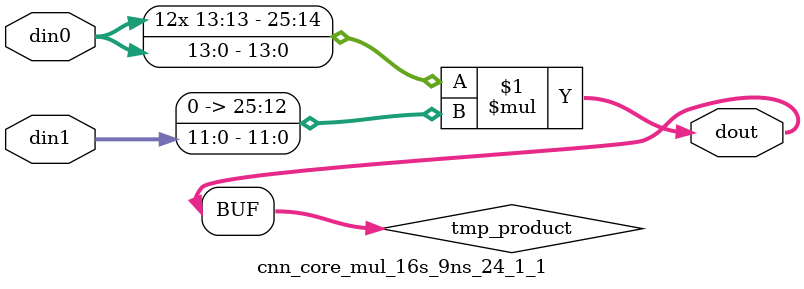
<source format=v>

`timescale 1 ns / 1 ps

  module cnn_core_mul_16s_9ns_24_1_1(din0, din1, dout);
parameter ID = 1;
parameter NUM_STAGE = 0;
parameter din0_WIDTH = 14;
parameter din1_WIDTH = 12;
parameter dout_WIDTH = 26;

input [din0_WIDTH - 1 : 0] din0; 
input [din1_WIDTH - 1 : 0] din1; 
output [dout_WIDTH - 1 : 0] dout;

wire signed [dout_WIDTH - 1 : 0] tmp_product;












assign tmp_product = $signed(din0) * $signed({1'b0, din1});









assign dout = tmp_product;







endmodule

</source>
